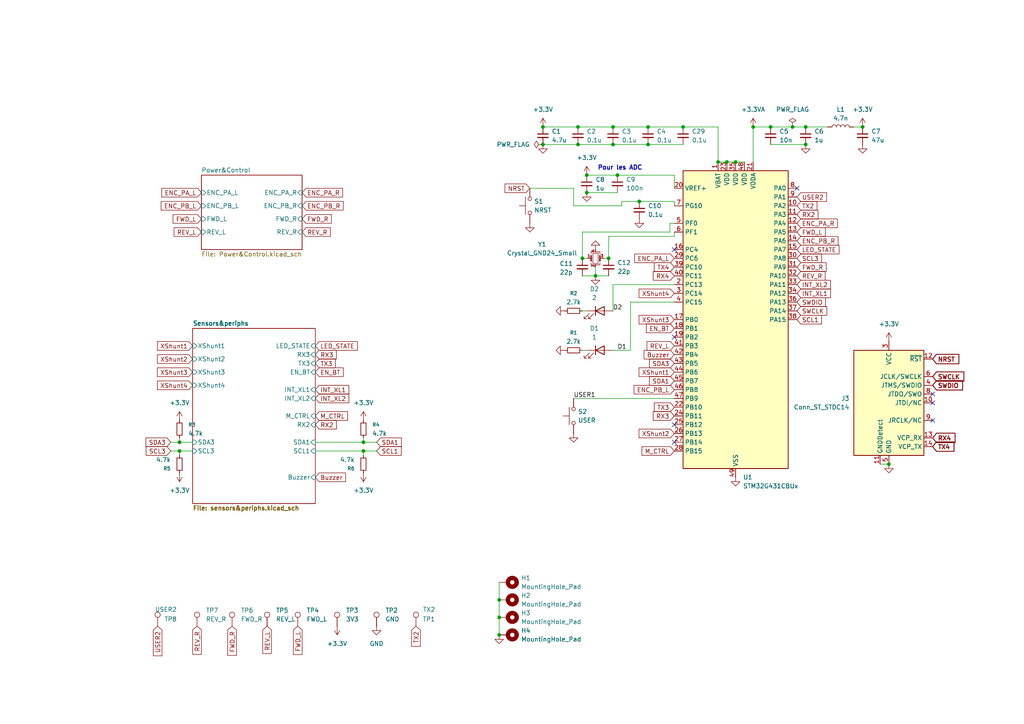
<source format=kicad_sch>
(kicad_sch (version 20250114) (generator "eeschema") (generator_version "9.0")
  (paper "A4")
  (title_block (title "ChaSouRo V1") (date "2025-09-19") (rev "Nelven") (company "ESE"))
  (lib_symbols
    (symbol "Connector:Conn_ST_STDC14"
      (property "Reference" "J" (at -8.89 16.51 0))
      (property "Value" "Conn_ST_STDC14" (at 17.78 16.51 0))
      (symbol "Conn_ST_STDC14_0_1"
        (rectangle (start -10.16 15.24) (end 10.16 -15.24) (stroke (width 0.254)) (fill (type background)))
      )
      (symbol "Conn_ST_STDC14_1_1"
        (pin no_connect line (at -10.16 5.08 0) (length 2.54) (hide yes) (name "NC") (number "1"))
        (pin no_connect line (at -10.16 2.54 0) (length 2.54) (hide yes) (name "NC") (number "2"))
        (pin passive line (at -2.54 -17.78 90) (length 2.54) (name "GNDDetect") (number "11"))
        (pin power_in line (at 0 17.78 270) (length 2.54) (name "VCC") (number "3"))
        (pin power_in line (at 0 -17.78 90) (length 2.54) (name "GND") (number "5"))
        (pin passive line (at 0 -17.78 90) (length 2.54) (hide yes) (name "GND") (number "7"))
        (pin open_collector line (at 12.7 12.7 180) (length 2.54) (name "~{RST}") (number "12"))
        (pin output line (at 12.7 7.62 180) (length 2.54) (name "JCLK/SWCLK") (number "6"))
        (pin bidirectional line (at 12.7 5.08 180) (length 2.54) (name "JTMS/SWDIO") (number "4"))
        (pin input line (at 12.7 2.54 180) (length 2.54) (name "JTDO/SWO") (number "8"))
        (pin output line (at 12.7 0 180) (length 2.54) (name "JTDI/NC") (number "10"))
        (pin input line (at 12.7 -5.08 180) (length 2.54) (name "JRCLK/NC") (number "9"))
        (pin output line (at 12.7 -10.16 180) (length 2.54) (name "VCP_RX") (number "13"))
        (pin input line (at 12.7 -12.7 180) (length 2.54) (name "VCP_TX") (number "14"))
      )
    )
    (symbol "Connector:TestPoint" (pin_numbers (hide yes)) (pin_names (offset 0.762) (hide yes))
      (property "Reference" "TP" (at 0 6.858 0))
      (property "Value" "TestPoint" (at 0 5.08 0))
      (symbol "TestPoint_0_1"
        (circle (center 0 3.302) (radius 0.762))
      )
      (symbol "TestPoint_1_1"
        (pin passive line (at 0 0 90) (length 2.54) (name "1") (number "1"))
      )
    )
    (symbol "Device:C_Small" (pin_numbers (hide yes)) (pin_names (offset 0.254) (hide yes))
      (property "Reference" "C" (at 0.254 1.778 0))
      (property "Value" "C_Small" (at 0.254 -2.032 0))
      (symbol "C_Small_0_1"
        (polyline (pts (xy -1.524 0.508) (xy 1.524 0.508)) (stroke (width 0.3048)))
        (polyline (pts (xy -1.524 -0.508) (xy 1.524 -0.508)) (stroke (width 0.3302)))
      )
      (symbol "C_Small_1_1"
        (pin passive line (at 0 2.54 270) (length 2.032) (name "~") (number "1"))
        (pin passive line (at 0 -2.54 90) (length 2.032) (name "~") (number "2"))
      )
    )
    (symbol "Device:Crystal_GND24_Small" (pin_names (offset 1.016) (hide yes))
      (property "Reference" "Y" (at 1.27 4.445 0))
      (property "Value" "Crystal_GND24_Small" (at 1.27 2.54 0))
      (symbol "Crystal_GND24_Small_0_1"
        (polyline (pts (xy -1.27 1.27) (xy -1.27 1.905) (xy 1.27 1.905) (xy 1.27 1.27)))
        (polyline (pts (xy -1.27 -0.762) (xy -1.27 0.762)) (stroke (width 0.381)))
        (polyline (pts (xy -1.27 -1.27) (xy -1.27 -1.905) (xy 1.27 -1.905) (xy 1.27 -1.27)))
        (rectangle (start -0.762 -1.524) (end 0.762 1.524))
        (polyline (pts (xy 1.27 -0.762) (xy 1.27 0.762)) (stroke (width 0.381)))
      )
      (symbol "Crystal_GND24_Small_1_1"
        (pin passive line (at -2.54 0 0) (length 1.27) (name "1") (number "1"))
        (pin passive line (at 0 2.54 270) (length 0.635) (name "4") (number "4"))
        (pin passive line (at 0 -2.54 90) (length 0.635) (name "2") (number "2"))
        (pin passive line (at 2.54 0 180) (length 1.27) (name "3") (number "3"))
      )
    )
    (symbol "Device:L" (pin_numbers (hide yes)) (pin_names (offset 1.016) (hide yes))
      (property "Reference" "L" (at -1.27 0 90))
      (property "Value" "L" (at 1.905 0 90))
      (symbol "L_0_1"
        (arc (start 0 2.54) (mid 0.6323 1.905) (end 0 1.27))
        (arc (start 0 1.27) (mid 0.6323 0.635) (end 0 0))
        (arc (start 0 0) (mid 0.6323 -0.635) (end 0 -1.27))
        (arc (start 0 -1.27) (mid 0.6323 -1.905) (end 0 -2.54))
      )
      (symbol "L_1_1"
        (pin passive line (at 0 3.81 270) (length 1.27) (name "1") (number "1"))
        (pin passive line (at 0 -3.81 90) (length 1.27) (name "2") (number "2"))
      )
    )
    (symbol "Device:LED" (pin_numbers (hide yes)) (pin_names (offset 1.016) (hide yes))
      (property "Reference" "D" (at 0 2.54 0))
      (property "Value" "LED" (at 0 -2.54 0))
      (symbol "LED_0_1"
        (polyline (pts (xy -3.048 -0.762) (xy -4.572 -2.286) (xy -3.81 -2.286) (xy -4.572 -2.286) (xy -4.572 -1.524)))
        (polyline (pts (xy -1.778 -0.762) (xy -3.302 -2.286) (xy -2.54 -2.286) (xy -3.302 -2.286) (xy -3.302 -1.524)))
        (polyline (pts (xy -1.27 0) (xy 1.27 0)))
        (polyline (pts (xy -1.27 -1.27) (xy -1.27 1.27)) (stroke (width 0.254)))
        (polyline (pts (xy 1.27 -1.27) (xy 1.27 1.27) (xy -1.27 0) (xy 1.27 -1.27)) (stroke (width 0.254)))
      )
      (symbol "LED_1_1"
        (pin passive line (at -3.81 0 0) (length 2.54) (name "K") (number "1"))
        (pin passive line (at 3.81 0 180) (length 2.54) (name "A") (number "2"))
      )
    )
    (symbol "Device:R_Small" (pin_numbers (hide yes)) (pin_names (offset 0.254) (hide yes))
      (property "Reference" "R" (at 0 0 90))
      (property "Value" "R_Small" (at 1.778 0 90))
      (symbol "R_Small_0_1"
        (rectangle (start -0.762 1.778) (end 0.762 -1.778) (stroke (width 0.2032)))
      )
      (symbol "R_Small_1_1"
        (pin passive line (at 0 2.54 270) (length 0.762) (name "~") (number "1"))
        (pin passive line (at 0 -2.54 90) (length 0.762) (name "~") (number "2"))
      )
    )
    (symbol "MCU_ST_STM32G4:STM32G431CBUx"
      (property "Reference" "U" (at -15.24 44.45 0))
      (property "Value" "STM32G431CBUx" (at 7.62 44.45 0))
      (symbol "STM32G431CBUx_0_1"
        (rectangle (start -15.24 -43.18) (end 15.24 43.18) (stroke (width 0.254)) (fill (type background)))
      )
      (symbol "STM32G431CBUx_1_1"
        (pin input line (at -17.78 38.1 0) (length 2.54) (name "VREF+") (number "20"))
        (pin bidirectional line (at -17.78 33.02 0) (length 2.54) (name "PG10") (number "7"))
        (pin bidirectional line (at -17.78 27.94 0) (length 2.54) (name "PF0") (number "5"))
        (pin bidirectional line (at -17.78 25.4 0) (length 2.54) (name "PF1") (number "6"))
        (pin bidirectional line (at -17.78 20.32 0) (length 2.54) (name "PC4") (number "16"))
        (pin bidirectional line (at -17.78 17.78 0) (length 2.54) (name "PC6") (number "29"))
        (pin bidirectional line (at -17.78 15.24 0) (length 2.54) (name "PC10") (number "39"))
        (pin bidirectional line (at -17.78 12.7 0) (length 2.54) (name "PC11") (number "40"))
        (pin bidirectional line (at -17.78 10.16 0) (length 2.54) (name "PC13") (number "2"))
        (pin bidirectional line (at -17.78 7.62 0) (length 2.54) (name "PC14") (number "3"))
        (pin bidirectional line (at -17.78 5.08 0) (length 2.54) (name "PC15") (number "4"))
        (pin bidirectional line (at -17.78 0 0) (length 2.54) (name "PB0") (number "17"))
        (pin bidirectional line (at -17.78 -2.54 0) (length 2.54) (name "PB1") (number "18"))
        (pin bidirectional line (at -17.78 -5.08 0) (length 2.54) (name "PB2") (number "19"))
        (pin bidirectional line (at -17.78 -7.62 0) (length 2.54) (name "PB3") (number "41"))
        (pin bidirectional line (at -17.78 -10.16 0) (length 2.54) (name "PB4") (number "42"))
        (pin bidirectional line (at -17.78 -12.7 0) (length 2.54) (name "PB5") (number "43"))
        (pin bidirectional line (at -17.78 -15.24 0) (length 2.54) (name "PB6") (number "44"))
        (pin bidirectional line (at -17.78 -17.78 0) (length 2.54) (name "PB7") (number "45"))
        (pin bidirectional line (at -17.78 -20.32 0) (length 2.54) (name "PB8") (number "46"))
        (pin bidirectional line (at -17.78 -22.86 0) (length 2.54) (name "PB9") (number "47"))
        (pin bidirectional line (at -17.78 -25.4 0) (length 2.54) (name "PB10") (number "22"))
        (pin bidirectional line (at -17.78 -27.94 0) (length 2.54) (name "PB11") (number "24"))
        (pin bidirectional line (at -17.78 -30.48 0) (length 2.54) (name "PB12") (number "25"))
        (pin bidirectional line (at -17.78 -33.02 0) (length 2.54) (name "PB13") (number "26"))
        (pin bidirectional line (at -17.78 -35.56 0) (length 2.54) (name "PB14") (number "27"))
        (pin bidirectional line (at -17.78 -38.1 0) (length 2.54) (name "PB15") (number "28"))
        (pin power_in line (at -5.08 45.72 270) (length 2.54) (name "VBAT") (number "1"))
        (pin power_in line (at -2.54 45.72 270) (length 2.54) (name "VDD") (number "23"))
        (pin power_in line (at 0 45.72 270) (length 2.54) (name "VDD") (number "35"))
        (pin power_in line (at 0 -45.72 90) (length 2.54) (name "VSS") (number "49"))
        (pin power_in line (at 2.54 45.72 270) (length 2.54) (name "VDD") (number "48"))
        (pin power_in line (at 5.08 45.72 270) (length 2.54) (name "VDDA") (number "21"))
        (pin bidirectional line (at 17.78 38.1 180) (length 2.54) (name "PA0") (number "8"))
        (pin bidirectional line (at 17.78 35.56 180) (length 2.54) (name "PA1") (number "9"))
        (pin bidirectional line (at 17.78 33.02 180) (length 2.54) (name "PA2") (number "10"))
        (pin bidirectional line (at 17.78 30.48 180) (length 2.54) (name "PA3") (number "11"))
        (pin bidirectional line (at 17.78 27.94 180) (length 2.54) (name "PA4") (number "12"))
        (pin bidirectional line (at 17.78 25.4 180) (length 2.54) (name "PA5") (number "13"))
        (pin bidirectional line (at 17.78 22.86 180) (length 2.54) (name "PA6") (number "14"))
        (pin bidirectional line (at 17.78 20.32 180) (length 2.54) (name "PA7") (number "15"))
        (pin bidirectional line (at 17.78 17.78 180) (length 2.54) (name "PA8") (number "30"))
        (pin bidirectional line (at 17.78 15.24 180) (length 2.54) (name "PA9") (number "31"))
        (pin bidirectional line (at 17.78 12.7 180) (length 2.54) (name "PA10") (number "32"))
        (pin bidirectional line (at 17.78 10.16 180) (length 2.54) (name "PA11") (number "33"))
        (pin bidirectional line (at 17.78 7.62 180) (length 2.54) (name "PA12") (number "34"))
        (pin bidirectional line (at 17.78 5.08 180) (length 2.54) (name "PA13") (number "36"))
        (pin bidirectional line (at 17.78 2.54 180) (length 2.54) (name "PA14") (number "37"))
        (pin bidirectional line (at 17.78 0 180) (length 2.54) (name "PA15") (number "38"))
      )
    )
    (symbol "Mechanical:MountingHole_Pad" (pin_numbers (hide yes)) (pin_names (offset 1.016) (hide yes)) (in_bom no)
      (property "Reference" "H" (at 0 6.35 0))
      (property "Value" "MountingHole_Pad" (at 0 4.445 0))
      (symbol "MountingHole_Pad_0_1"
        (circle (center 0 1.27) (radius 1.27) (stroke (width 1.27)))
      )
      (symbol "MountingHole_Pad_1_1"
        (pin input line (at 0 -2.54 90) (length 2.54) (name "1") (number "1"))
      )
    )
    (symbol "Switch:SW_Push" (pin_numbers (hide yes)) (pin_names (offset 1.016) (hide yes))
      (property "Reference" "SW" (at 1.27 2.54 0))
      (property "Value" "SW_Push" (at 0 -1.524 0))
      (symbol "SW_Push_0_1"
        (circle (center -2.032 0) (radius 0.508))
        (polyline (pts (xy 0 1.27) (xy 0 3.048)))
        (circle (center 2.032 0) (radius 0.508))
        (polyline (pts (xy 2.54 1.27) (xy -2.54 1.27)))
        (pin passive line (at -5.08 0 0) (length 2.54) (name "1") (number "1"))
        (pin passive line (at 5.08 0 180) (length 2.54) (name "2") (number "2"))
      )
    )
    (symbol "power:+3.3V" (power) (pin_numbers (hide yes)) (pin_names (offset 0) (hide yes))
      (property "Value" "+3.3V" (at 0 3.556 0))
      (symbol "+3.3V_0_1"
        (polyline (pts (xy -0.762 1.27) (xy 0 2.54)))
        (polyline (pts (xy 0 2.54) (xy 0.762 1.27)))
        (polyline (pts (xy 0 0) (xy 0 2.54)))
      )
      (symbol "+3.3V_1_1"
        (pin power_in line (at 0 0 90) (length 0) (name "~") (number "1"))
      )
    )
    (symbol "power:+3.3VA" (power) (pin_numbers (hide yes)) (pin_names (offset 0) (hide yes))
      (property "Value" "+3.3VA" (at 0 3.556 0))
      (symbol "+3.3VA_0_1"
        (polyline (pts (xy -0.762 1.27) (xy 0 2.54)))
        (polyline (pts (xy 0 2.54) (xy 0.762 1.27)))
        (polyline (pts (xy 0 0) (xy 0 2.54)))
      )
      (symbol "+3.3VA_1_1"
        (pin power_in line (at 0 0 90) (length 0) (name "~") (number "1"))
      )
    )
    (symbol "power:GND" (power) (pin_numbers (hide yes)) (pin_names (offset 0) (hide yes))
      (property "Value" "GND" (at 0 -3.81 0))
      (symbol "GND_0_1"
        (polyline (pts (xy 0 0) (xy 0 -1.27) (xy 1.27 -1.27) (xy 0 -2.54) (xy -1.27 -1.27) (xy 0 -1.27)))
      )
      (symbol "GND_1_1"
        (pin power_in line (at 0 0 270) (length 0) (name "~") (number "1"))
      )
    )
    (symbol "power:PWR_FLAG" (power) (pin_numbers (hide yes)) (pin_names (offset 0) (hide yes))
      (property "Value" "PWR_FLAG" (at 0 3.81 0))
      (symbol "PWR_FLAG_0_0"
        (pin power_out line (at 0 0 90) (length 0) (name "~") (number "1"))
      )
      (symbol "PWR_FLAG_0_1"
        (polyline (pts (xy 0 0) (xy 0 1.27) (xy -1.016 1.905) (xy 0 2.54) (xy 1.016 1.905) (xy 0 1.27)))
      )
    )
  )
  (text "Pour les ADC" (at 179.832 48.768 0) (effects (font (size 1.27 1.27) (thickness 0.254) (bold yes))))
  (junction (at 223.52 36.83))
  (junction (at 218.44 36.83))
  (junction (at 144.78 173.99))
  (junction (at 52.07 128.27))
  (junction (at 233.68 41.91))
  (junction (at 250.19 36.83))
  (junction (at 167.64 36.83))
  (junction (at 229.87 36.83))
  (junction (at 170.18 50.8))
  (junction (at 198.12 36.83))
  (junction (at 157.48 36.83))
  (junction (at 167.64 41.91))
  (junction (at 177.8 41.91))
  (junction (at 213.36 46.99))
  (junction (at 105.41 130.81))
  (junction (at 177.8 36.83))
  (junction (at 257.81 134.62))
  (junction (at 185.42 58.42))
  (junction (at 144.78 179.07))
  (junction (at 144.78 184.15))
  (junction (at 176.53 74.93))
  (junction (at 52.07 130.81))
  (junction (at 210.82 46.99))
  (junction (at 208.28 46.99))
  (junction (at 168.91 74.93))
  (junction (at 170.18 55.88))
  (junction (at 157.48 41.91))
  (junction (at 179.07 50.8))
  (junction (at 233.68 36.83))
  (junction (at 172.72 80.01))
  (junction (at 187.96 36.83))
  (junction (at 105.41 128.27))
  (junction (at 187.96 41.91))
  (no_connect (at 270.51 114.3))
  (no_connect (at 270.51 116.84))
  (no_connect (at 231.14 54.61))
  (no_connect (at 195.58 123.19))
  (no_connect (at 195.58 72.39))
  (no_connect (at 270.51 121.92))
  (no_connect (at 195.58 128.27))
  (no_connect (at 195.58 97.79))
  (wire (pts (xy 195.58 82.55) (xy 177.8 82.55)))
  (wire (pts (xy 170.18 50.8) (xy 179.07 50.8)))
  (wire (pts (xy 194.31 64.77) (xy 194.31 67.31)))
  (wire (pts (xy 52.07 128.27) (xy 55.88 128.27)))
  (wire (pts (xy 168.91 74.93) (xy 170.18 74.93)))
  (wire (pts (xy 223.52 36.83) (xy 229.87 36.83)))
  (wire (pts (xy 176.53 74.93) (xy 175.26 74.93)))
  (wire (pts (xy 166.37 59.69) (xy 166.37 54.61)))
  (wire (pts (xy 167.64 41.91) (xy 177.8 41.91)))
  (wire (pts (xy 168.91 90.17) (xy 170.18 90.17)))
  (wire (pts (xy 223.52 41.91) (xy 233.68 41.91)))
  (wire (pts (xy 170.18 55.88) (xy 179.07 55.88)))
  (wire (pts (xy 172.72 77.47) (xy 172.72 80.01)))
  (wire (pts (xy 179.07 50.8) (xy 195.58 50.8)))
  (wire (pts (xy 177.8 36.83) (xy 187.96 36.83)))
  (wire (pts (xy 105.41 130.81) (xy 91.44 130.81)))
  (wire (pts (xy 105.41 130.81) (xy 105.41 132.08)))
  (wire (pts (xy 229.87 36.83) (xy 233.68 36.83)))
  (wire (pts (xy 180.34 59.69) (xy 180.34 58.42)))
  (wire (pts (xy 176.53 68.58) (xy 195.58 68.58)))
  (wire (pts (xy 144.78 168.91) (xy 144.78 173.99)))
  (wire (pts (xy 187.96 41.91) (xy 198.12 41.91)))
  (wire (pts (xy 167.64 36.83) (xy 177.8 36.83)))
  (wire (pts (xy 109.22 128.27) (xy 105.41 128.27)))
  (wire (pts (xy 144.78 179.07) (xy 144.78 184.15)))
  (wire (pts (xy 255.27 134.62) (xy 257.81 134.62)))
  (wire (pts (xy 247.65 36.83) (xy 250.19 36.83)))
  (wire (pts (xy 240.03 36.83) (xy 233.68 36.83)))
  (wire (pts (xy 208.28 36.83) (xy 208.28 46.99)))
  (wire (pts (xy 157.48 41.91) (xy 167.64 41.91)))
  (wire (pts (xy 168.91 67.31) (xy 194.31 67.31)))
  (wire (pts (xy 195.58 58.42) (xy 195.58 59.69)))
  (wire (pts (xy 210.82 46.99) (xy 213.36 46.99)))
  (wire (pts (xy 49.53 128.27) (xy 52.07 128.27)))
  (wire (pts (xy 182.88 87.63) (xy 182.88 101.6)))
  (wire (pts (xy 168.91 101.6) (xy 170.18 101.6)))
  (wire (pts (xy 208.28 46.99) (xy 210.82 46.99)))
  (wire (pts (xy 52.07 127) (xy 52.07 128.27)))
  (wire (pts (xy 168.91 67.31) (xy 168.91 74.93)))
  (wire (pts (xy 195.58 54.61) (xy 195.58 50.8)))
  (wire (pts (xy 218.44 46.99) (xy 218.44 36.83)))
  (wire (pts (xy 172.72 80.01) (xy 168.91 80.01)))
  (wire (pts (xy 177.8 41.91) (xy 187.96 41.91)))
  (wire (pts (xy 172.72 80.01) (xy 176.53 80.01)))
  (wire (pts (xy 166.37 115.57) (xy 195.58 115.57)))
  (wire (pts (xy 49.53 130.81) (xy 52.07 130.81)))
  (wire (pts (xy 185.42 58.42) (xy 195.58 58.42)))
  (wire (pts (xy 105.41 128.27) (xy 91.44 128.27)))
  (wire (pts (xy 218.44 36.83) (xy 223.52 36.83)))
  (wire (pts (xy 109.22 130.81) (xy 105.41 130.81)))
  (wire (pts (xy 52.07 130.81) (xy 55.88 130.81)))
  (wire (pts (xy 180.34 58.42) (xy 185.42 58.42)))
  (wire (pts (xy 195.58 68.58) (xy 195.58 67.31)))
  (wire (pts (xy 166.37 59.69) (xy 180.34 59.69)))
  (wire (pts (xy 187.96 36.83) (xy 198.12 36.83)))
  (wire (pts (xy 213.36 46.99) (xy 215.9 46.99)))
  (wire (pts (xy 198.12 36.83) (xy 208.28 36.83)))
  (wire (pts (xy 157.48 36.83) (xy 167.64 36.83)))
  (wire (pts (xy 195.58 87.63) (xy 182.88 87.63)))
  (wire (pts (xy 105.41 127) (xy 105.41 128.27)))
  (wire (pts (xy 52.07 130.81) (xy 52.07 132.08)))
  (wire (pts (xy 177.8 82.55) (xy 177.8 90.17)))
  (wire (pts (xy 195.58 64.77) (xy 194.31 64.77)))
  (wire (pts (xy 177.8 101.6) (xy 182.88 101.6)))
  (wire (pts (xy 176.53 68.58) (xy 176.53 74.93)))
  (wire (pts (xy 166.37 54.61) (xy 153.67 54.61)))
  (wire (pts (xy 144.78 173.99) (xy 144.78 179.07)))
  (label "USER1" (at 166.37 115.57 0))
  (label "D1" (at 179.07 101.6 0))
  (label "D2" (at 177.8 90.17 0))
  (global_label "M_CTRL" (shape input) (at 91.44 120.65 0) (effects (font (thickness 0.1588))) (property "Intersheetrefs" "${INTERSHEET_REFS}" (effects (hide yes))))
  (global_label "NRST" (shape input) (at 270.51 104.14 0) (effects (font (thickness 0.254) (bold yes))) (property "Intersheetrefs" "${INTERSHEET_REFS}" (effects (hide yes))))
  (global_label "USER2" (shape input) (at 231.14 57.15 0) (property "Intersheetrefs" "${INTERSHEET_REFS}" (effects (hide yes))))
  (global_label "SWDIO" (shape input) (at 270.51 111.76 0) (effects (font (thickness 0.254) (bold yes))) (property "Intersheetrefs" "${INTERSHEET_REFS}" (effects (hide yes))))
  (global_label "REV_L" (shape input) (at 195.58 100.33 180) (property "Intersheetrefs" "${INTERSHEET_REFS}" (effects (hide yes))))
  (global_label "INT_XL1" (shape input) (at 231.14 85.09 0) (effects (font (thickness 0.1588))) (property "Intersheetrefs" "${INTERSHEET_REFS}" (effects (hide yes))))
  (global_label "TX3" (shape input) (at 195.58 118.11 180) (effects (font (thickness 0.1588))) (property "Intersheetrefs" "${INTERSHEET_REFS}" (effects (hide yes))))
  (global_label "ENC_PB_L" (shape input) (at 195.58 113.03 180) (property "Intersheetrefs" "${INTERSHEET_REFS}" (effects (hide yes))))
  (global_label "LED_STATE" (shape input) (at 231.14 72.39 0) (property "Intersheetrefs" "${INTERSHEET_REFS}" (effects (hide yes))))
  (global_label "FWD_L" (shape input) (at 231.14 67.31 0) (property "Intersheetrefs" "${INTERSHEET_REFS}" (effects (hide yes))))
  (global_label "REV_L" (shape input) (at 58.42 67.31 180) (property "Intersheetrefs" "${INTERSHEET_REFS}" (effects (hide yes))))
  (global_label "TX2" (shape input) (at 231.14 59.69 0) (property "Intersheetrefs" "${INTERSHEET_REFS}" (effects (hide yes))))
  (global_label "REV_R" (shape input) (at 87.63 67.31 0) (property "Intersheetrefs" "${INTERSHEET_REFS}" (effects (hide yes))))
  (global_label "SDA3" (shape input) (at 49.53 128.27 180) (effects (font (thickness 0.1588))) (property "Intersheetrefs" "${INTERSHEET_REFS}" (effects (hide yes))))
  (global_label "SCL3" (shape input) (at 231.14 74.93 0) (effects (font (thickness 0.1588))) (property "Intersheetrefs" "${INTERSHEET_REFS}" (effects (hide yes))))
  (global_label "RX3" (shape input) (at 195.58 120.65 180) (effects (font (thickness 0.1588))) (property "Intersheetrefs" "${INTERSHEET_REFS}" (effects (hide yes))))
  (global_label "TX3" (shape input) (at 91.44 105.41 0) (effects (font (thickness 0.1588))) (property "Intersheetrefs" "${INTERSHEET_REFS}" (effects (hide yes))))
  (global_label "FWD_L" (shape input) (at 86.36 181.61 270) (property "Intersheetrefs" "${INTERSHEET_REFS}" (effects (hide yes))))
  (global_label "INT_XL1" (shape input) (at 91.44 113.03 0) (effects (font (thickness 0.1588))) (property "Intersheetrefs" "${INTERSHEET_REFS}" (effects (hide yes))))
  (global_label "SWDIO" (shape input) (at 231.14 87.63 0) (effects (font (thickness 0.1588))) (property "Intersheetrefs" "${INTERSHEET_REFS}" (effects (hide yes))))
  (global_label "ENC_PA_L" (shape input) (at 195.58 74.93 180) (property "Intersheetrefs" "${INTERSHEET_REFS}" (effects (hide yes))))
  (global_label "SDA3" (shape input) (at 195.58 105.41 180) (effects (font (thickness 0.1588))) (property "Intersheetrefs" "${INTERSHEET_REFS}" (effects (hide yes))))
  (global_label "ENC_PA_L" (shape input) (at 58.42 55.88 180) (property "Intersheetrefs" "${INTERSHEET_REFS}" (effects (hide yes))))
  (global_label "FWD_L" (shape input) (at 58.42 63.5 180) (property "Intersheetrefs" "${INTERSHEET_REFS}" (effects (hide yes))))
  (global_label "INT_XL2" (shape input) (at 91.44 115.57 0) (effects (font (thickness 0.1588))) (property "Intersheetrefs" "${INTERSHEET_REFS}" (effects (hide yes))))
  (global_label "XShunt4" (shape input) (at 55.88 111.76 180) (property "Intersheetrefs" "${INTERSHEET_REFS}" (effects (hide yes))))
  (global_label "RX4" (shape input) (at 270.51 127 0) (effects (font (thickness 0.254) (bold yes))) (property "Intersheetrefs" "${INTERSHEET_REFS}" (effects (hide yes))))
  (global_label "XShunt3" (shape input) (at 55.88 107.95 180) (property "Intersheetrefs" "${INTERSHEET_REFS}" (effects (hide yes))))
  (global_label "FWD_R" (shape input) (at 231.14 77.47 0) (property "Intersheetrefs" "${INTERSHEET_REFS}" (effects (hide yes))))
  (global_label "Buzzer" (shape input) (at 91.44 138.43 0) (property "Intersheetrefs" "${INTERSHEET_REFS}" (effects (hide yes))))
  (global_label "INT_XL2" (shape input) (at 231.14 82.55 0) (effects (font (thickness 0.1588))) (property "Intersheetrefs" "${INTERSHEET_REFS}" (effects (hide yes))))
  (global_label "SDA1" (shape input) (at 109.22 128.27 0) (effects (font (thickness 0.1588))) (property "Intersheetrefs" "${INTERSHEET_REFS}" (effects (hide yes))))
  (global_label "REV_R" (shape input) (at 57.15 181.61 270) (property "Intersheetrefs" "${INTERSHEET_REFS}" (effects (hide yes))))
  (global_label "ENC_PA_R" (shape input) (at 231.14 64.77 0) (property "Intersheetrefs" "${INTERSHEET_REFS}" (effects (hide yes))))
  (global_label "LED_STATE" (shape input) (at 91.44 100.33 0) (property "Intersheetrefs" "${INTERSHEET_REFS}" (effects (hide yes))))
  (global_label "SCL3" (shape input) (at 49.53 130.81 180) (effects (font (thickness 0.1588))) (property "Intersheetrefs" "${INTERSHEET_REFS}" (effects (hide yes))))
  (global_label "Buzzer" (shape input) (at 195.58 102.87 180) (property "Intersheetrefs" "${INTERSHEET_REFS}" (effects (hide yes))))
  (global_label "XShunt2" (shape input) (at 55.88 104.14 180) (property "Intersheetrefs" "${INTERSHEET_REFS}" (effects (hide yes))))
  (global_label "REV_L" (shape input) (at 77.47 181.61 270) (property "Intersheetrefs" "${INTERSHEET_REFS}" (effects (hide yes))))
  (global_label "ENC_PB_R" (shape input) (at 231.14 69.85 0) (property "Intersheetrefs" "${INTERSHEET_REFS}" (effects (hide yes))))
  (global_label "XShunt4" (shape input) (at 195.58 85.09 180) (property "Intersheetrefs" "${INTERSHEET_REFS}" (effects (hide yes))))
  (global_label "FWD_R" (shape input) (at 67.31 181.61 270) (property "Intersheetrefs" "${INTERSHEET_REFS}" (effects (hide yes))))
  (global_label "XShunt2" (shape input) (at 195.58 125.73 180) (property "Intersheetrefs" "${INTERSHEET_REFS}" (effects (hide yes))))
  (global_label "XShunt1" (shape input) (at 195.58 107.95 180) (property "Intersheetrefs" "${INTERSHEET_REFS}" (effects (hide yes))))
  (global_label "SWCLK" (shape input) (at 270.51 109.22 0) (effects (font (thickness 0.254) (bold yes))) (property "Intersheetrefs" "${INTERSHEET_REFS}" (effects (hide yes))))
  (global_label "RX2" (shape input) (at 231.14 62.23 0) (effects (font (thickness 0.1588))) (property "Intersheetrefs" "${INTERSHEET_REFS}" (effects (hide yes))))
  (global_label "ENC_PB_R" (shape input) (at 87.63 59.69 0) (property "Intersheetrefs" "${INTERSHEET_REFS}" (effects (hide yes))))
  (global_label "XShunt1" (shape input) (at 55.88 100.33 180) (property "Intersheetrefs" "${INTERSHEET_REFS}" (effects (hide yes))))
  (global_label "RX2" (shape input) (at 91.44 123.19 0) (effects (font (thickness 0.1588))) (property "Intersheetrefs" "${INTERSHEET_REFS}" (effects (hide yes))))
  (global_label "SCL1" (shape input) (at 231.14 92.71 0) (effects (font (thickness 0.1588))) (property "Intersheetrefs" "${INTERSHEET_REFS}" (effects (hide yes))))
  (global_label "NRST" (shape input) (at 153.67 54.61 180) (property "Intersheetrefs" "${INTERSHEET_REFS}" (effects (hide yes))))
  (global_label "ENC_PB_L" (shape input) (at 58.42 59.69 180) (property "Intersheetrefs" "${INTERSHEET_REFS}" (effects (hide yes))))
  (global_label "SDA1" (shape input) (at 195.58 110.49 180) (effects (font (thickness 0.1588))) (property "Intersheetrefs" "${INTERSHEET_REFS}" (effects (hide yes))))
  (global_label "TX2" (shape input) (at 120.65 181.61 270) (property "Intersheetrefs" "${INTERSHEET_REFS}" (effects (hide yes))))
  (global_label "SWCLK" (shape input) (at 231.14 90.17 0) (effects (font (thickness 0.1588))) (property "Intersheetrefs" "${INTERSHEET_REFS}" (effects (hide yes))))
  (global_label "REV_R" (shape input) (at 231.14 80.01 0) (property "Intersheetrefs" "${INTERSHEET_REFS}" (effects (hide yes))))
  (global_label "EN_BT" (shape input) (at 195.58 95.25 180) (property "Intersheetrefs" "${INTERSHEET_REFS}" (effects (hide yes))))
  (global_label "FWD_R" (shape input) (at 87.63 63.5 0) (property "Intersheetrefs" "${INTERSHEET_REFS}" (effects (hide yes))))
  (global_label "TX4" (shape input) (at 270.51 129.54 0) (effects (font (thickness 0.254) (bold yes))) (property "Intersheetrefs" "${INTERSHEET_REFS}" (effects (hide yes))))
  (global_label "TX4" (shape input) (at 195.58 77.47 180) (effects (font (thickness 0.1588))) (property "Intersheetrefs" "${INTERSHEET_REFS}" (effects (hide yes))))
  (global_label "USER2" (shape input) (at 45.72 181.61 270) (property "Intersheetrefs" "${INTERSHEET_REFS}" (effects (hide yes))))
  (global_label "ENC_PA_R" (shape input) (at 87.63 55.88 0) (property "Intersheetrefs" "${INTERSHEET_REFS}" (effects (hide yes))))
  (global_label "RX4" (shape input) (at 195.58 80.01 180) (effects (font (thickness 0.1588))) (property "Intersheetrefs" "${INTERSHEET_REFS}" (effects (hide yes))))
  (global_label "M_CTRL" (shape input) (at 195.58 130.81 180) (effects (font (thickness 0.1588))) (property "Intersheetrefs" "${INTERSHEET_REFS}" (effects (hide yes))))
  (global_label "EN_BT" (shape input) (at 91.44 107.95 0) (property "Intersheetrefs" "${INTERSHEET_REFS}" (effects (hide yes))))
  (global_label "XShunt3" (shape input) (at 195.58 92.71 180) (property "Intersheetrefs" "${INTERSHEET_REFS}" (effects (hide yes))))
  (global_label "SCL1" (shape input) (at 109.22 130.81 0) (effects (font (thickness 0.1588))) (property "Intersheetrefs" "${INTERSHEET_REFS}" (effects (hide yes))))
  (global_label "RX3" (shape input) (at 91.44 102.87 0) (effects (font (thickness 0.1588))) (property "Intersheetrefs" "${INTERSHEET_REFS}" (effects (hide yes))))
  (symbol (lib_id "power:+3.3V") (at 250.19 36.83 0) (unit 1)
    (property "Reference" "#PWR03" (effects (hide yes)))
    (property "Value" "+3.3V" (at 250.19 31.75 0))
    (property "Description" "Power symbol creates a global label with name \"+3.3V\"" (effects (hide yes)))
  )
  (symbol (lib_id "power:GND") (at 185.42 63.5 0) (unit 1)
    (property "Reference" "#PWR010" (effects (hide yes)))
    (property "Value" "GND" (effects (hide yes)))
    (property "Description" "Power symbol creates a global label with name \"GND\" , ground" (effects (hide yes)))
  )
  (symbol (lib_id "power:+3.3V") (at 170.18 50.8 0) (unit 1)
    (property "Reference" "#PWR017" (effects (hide yes)))
    (property "Value" "+3.3V" (at 170.18 45.72 0))
    (property "Description" "Power symbol creates a global label with name \"+3.3V\"" (effects (hide yes)))
  )
  (symbol (lib_id "power:GND") (at 172.72 72.39 180) (unit 1)
    (property "Reference" "#PWR011" (effects (hide yes)))
    (property "Value" "GND" (effects (hide yes)))
    (property "Description" "Power symbol creates a global label with name \"GND\" , ground" (effects (hide yes)))
  )
  (symbol (lib_id "Connector:Conn_ST_STDC14") (at 257.81 116.84 0) (unit 1)
    (property "Reference" "J3" (at 246.38 115.5699 0) (effects (justify right)))
    (property "Value" "Conn_ST_STDC14" (at 246.38 118.1099 0) (effects (justify right)))
    (property "Footprint" "Connector_PinHeader_1.27mm:PinHeader_2x07_P1.27mm_Vertical_SMD" (effects (hide yes)))
    (property "Datasheet" "https://www.st.com/content/ccc/resource/technical/document/user_manual/group1/99/49/91/b6/b2/3a/46/e5/DM00526767/files/DM00526767.pdf/jcr:content/translations/en.DM00526767.pdf" (effects (hide yes)))
    (property "Description" "ST Debug Connector, standard ARM Cortex-M SWD and JTAG interface plus UART" (effects (hide yes)))
  )
  (symbol (lib_id "Device:C_Small") (at 250.19 39.37 0) (unit 1)
    (property "Reference" "C7" (at 252.73 38.1062 0) (effects (justify left)))
    (property "Value" "47u" (at 252.73 40.6462 0) (effects (justify left)))
    (property "Footprint" "Capacitor_SMD:C_0402_1005Metric" (effects (hide yes)))
    (property "Description" "Unpolarized capacitor, small symbol" (effects (hide yes)))
  )
  (symbol (lib_id "Device:C_Small") (at 187.96 39.37 0) (unit 1)
    (property "Reference" "C4" (at 190.5 38.1062 0) (effects (justify left)))
    (property "Value" "0.1u" (at 190.5 40.6462 0) (effects (justify left)))
    (property "Footprint" "Capacitor_SMD:C_0402_1005Metric" (effects (hide yes)))
    (property "Description" "Unpolarized capacitor, small symbol" (effects (hide yes)))
  )
  (symbol (lib_id "Device:C_Small") (at 179.07 53.34 0) (unit 1)
    (property "Reference" "C9" (at 181.61 52.0762 0) (effects (justify left)))
    (property "Value" "100n" (at 181.61 54.6162 0) (effects (justify left)))
    (property "Footprint" "Capacitor_SMD:C_0402_1005Metric" (effects (hide yes)))
    (property "Description" "Unpolarized capacitor, small symbol" (effects (hide yes)))
  )
  (symbol (lib_id "Device:R_Small") (at 105.41 134.62 0) (unit 1)
    (property "Reference" "R6" (at 102.87 135.8901 0) (effects (font (size 1.016 1.016)) (justify right)))
    (property "Value" "4.7k" (at 102.87 133.3501 0) (effects (justify right)))
    (property "Footprint" "Resistor_SMD:R_0402_1005Metric" (effects (hide yes)))
    (property "Description" "Resistor, small symbol" (effects (hide yes)))
  )
  (symbol (lib_id "Switch:SW_Push") (at 153.67 59.69 90) (unit 1)
    (property "Reference" "S1" (at 154.94 58.4199 90) (effects (justify right)))
    (property "Value" "NRST" (at 154.94 60.9599 90) (effects (justify right)))
    (property "Footprint" "ESE:430182070816" (effects (hide yes)))
    (property "Description" "Push button switch, generic, two pins" (effects (hide yes)))
  )
  (symbol (lib_id "Connector:TestPoint") (at 57.15 181.61 0) (unit 1)
    (property "Reference" "TP7" (at 59.69 177.0379 0) (effects (justify left)))
    (property "Value" "REV_R" (at 59.69 179.5779 0) (effects (justify left)))
    (property "Footprint" "TestPoint:TestPoint_Bridge_Pitch2.0mm_Drill0.7mm" (effects (hide yes)))
    (property "Description" "test point" (effects (hide yes)))
  )
  (symbol (lib_id "Device:R_Small") (at 52.07 124.46 180) (unit 1)
    (property "Reference" "R3" (at 54.61 123.1899 0) (effects (font (size 1.016 1.016)) (justify right)))
    (property "Value" "4.7k" (at 54.61 125.7299 0) (effects (justify right)))
    (property "Footprint" "Resistor_SMD:R_0402_1005Metric" (effects (hide yes)))
    (property "Description" "Resistor, small symbol" (effects (hide yes)))
  )
  (symbol (lib_id "power:GND") (at 213.36 138.43 0) (unit 1)
    (property "Reference" "#PWR022" (effects (hide yes)))
    (property "Value" "GND" (effects (hide yes)))
    (property "Description" "Power symbol creates a global label with name \"GND\" , ground" (effects (hide yes)))
  )
  (symbol (lib_id "Connector:TestPoint") (at 77.47 181.61 0) (unit 1)
    (property "Reference" "TP5" (at 80.01 177.0379 0) (effects (justify left)))
    (property "Value" "REV_L" (at 80.01 179.5779 0) (effects (justify left)))
    (property "Footprint" "TestPoint:TestPoint_Bridge_Pitch2.0mm_Drill0.7mm" (effects (hide yes)))
    (property "Description" "test point" (effects (hide yes)))
  )
  (symbol (lib_id "Device:C_Small") (at 223.52 39.37 0) (unit 1)
    (property "Reference" "C5" (at 226.06 38.1062 0) (effects (justify left)))
    (property "Value" "10n" (at 226.06 40.6462 0) (effects (justify left)))
    (property "Footprint" "Capacitor_SMD:C_0402_1005Metric" (effects (hide yes)))
    (property "Description" "Unpolarized capacitor, small symbol" (effects (hide yes)))
  )
  (symbol (lib_id "Connector:TestPoint") (at 67.31 181.61 0) (unit 1)
    (property "Reference" "TP6" (at 69.85 177.0379 0) (effects (justify left)))
    (property "Value" "FWD_R" (at 69.85 179.5779 0) (effects (justify left)))
    (property "Footprint" "TestPoint:TestPoint_Bridge_Pitch2.0mm_Drill0.7mm" (effects (hide yes)))
    (property "Description" "test point" (effects (hide yes)))
  )
  (symbol (lib_id "power:+3.3VA") (at 218.44 36.83 0) (unit 1)
    (property "Reference" "#PWR02" (effects (hide yes)))
    (property "Value" "+3.3VA" (at 218.44 31.75 0))
    (property "Description" "Power symbol creates a global label with name \"+3.3VA\"" (effects (hide yes)))
  )
  (symbol (lib_id "Device:C_Small") (at 176.53 77.47 0) (unit 1)
    (property "Reference" "C12" (at 179.07 76.2062 0) (effects (justify left)))
    (property "Value" "22p" (at 179.07 78.7462 0) (effects (justify left)))
    (property "Footprint" "Capacitor_SMD:C_0402_1005Metric" (effects (hide yes)))
    (property "Description" "Unpolarized capacitor, small symbol" (effects (hide yes)))
  )
  (symbol (lib_id "Device:C_Small") (at 185.42 60.96 0) (unit 1)
    (property "Reference" "C10" (at 187.96 59.6962 0) (effects (justify left)))
    (property "Value" "0.1u" (at 187.96 62.2362 0) (effects (justify left)))
    (property "Footprint" "Capacitor_SMD:C_0402_1005Metric" (effects (hide yes)))
    (property "Description" "Unpolarized capacitor, small symbol" (effects (hide yes)))
  )
  (symbol (lib_id "power:+3.3V") (at 157.48 36.83 0) (unit 1)
    (property "Reference" "#PWR01" (effects (hide yes)))
    (property "Value" "+3.3V" (at 157.48 31.75 0))
    (property "Description" "Power symbol creates a global label with name \"+3.3V\"" (effects (hide yes)))
  )
  (symbol (lib_id "Device:Crystal_GND24_Small") (at 172.72 74.93 0) (unit 1)
    (property "Reference" "Y1" (at 157.226 70.866 0))
    (property "Value" "Crystal_GND24_Small" (at 157.226 73.406 0))
    (property "Footprint" "Crystal:Crystal_SMD_3225-4Pin_3.2x2.5mm" (effects (hide yes)))
    (property "Description" "Four pin crystal, GND on pins 2 and 4, small symbol" (effects (hide yes)))
  )
  (symbol (lib_id "power:GND") (at 170.18 55.88 0) (unit 1)
    (property "Reference" "#PWR07" (effects (hide yes)))
    (property "Value" "GND" (effects (hide yes)))
    (property "Description" "Power symbol creates a global label with name \"GND\" , ground" (effects (hide yes)))
  )
  (symbol (lib_id "Connector:TestPoint") (at 120.65 181.61 0) (unit 1)
    (property "Reference" "TP1" (at 126.238 179.578 0) (effects (justify right)))
    (property "Value" "TX2" (at 126.238 176.784 0) (effects (justify right)))
    (property "Description" "test point" (effects (hide yes)))
  )
  (symbol (lib_id "power:GND") (at 233.68 41.91 0) (unit 1)
    (property "Reference" "#PWR05" (effects (hide yes)))
    (property "Value" "GND" (effects (hide yes)))
    (property "Description" "Power symbol creates a global label with name \"GND\" , ground" (effects (hide yes)))
  )
  (symbol (lib_id "Device:C_Small") (at 233.68 39.37 0) (unit 1)
    (property "Reference" "C6" (at 236.22 38.1062 0) (effects (justify left)))
    (property "Value" "1u" (at 236.22 40.6462 0) (effects (justify left)))
    (property "Footprint" "Capacitor_SMD:C_0402_1005Metric" (effects (hide yes)))
    (property "Description" "Unpolarized capacitor, small symbol" (effects (hide yes)))
  )
  (symbol (lib_id "Mechanical:MountingHole_Pad") (at 147.32 184.15 270) (unit 1) (in_bom no)
    (property "Reference" "H4" (at 151.13 182.8799 90) (effects (justify left)))
    (property "Value" "MountingHole_Pad" (at 151.13 185.4199 90) (effects (justify left)))
    (property "Footprint" "MountingHole:MountingHole_3.2mm_M3_Pad_Via" (effects (hide yes)))
    (property "Description" "Mounting Hole with connection" (effects (hide yes)))
  )
  (symbol (lib_id "Mechanical:MountingHole_Pad") (at 147.32 179.07 270) (unit 1) (in_bom no)
    (property "Reference" "H3" (at 151.13 177.7999 90) (effects (justify left)))
    (property "Value" "MountingHole_Pad" (at 151.13 180.3399 90) (effects (justify left)))
    (property "Footprint" "MountingHole:MountingHole_3.2mm_M3_Pad_Via" (effects (hide yes)))
    (property "Description" "Mounting Hole with connection" (effects (hide yes)))
  )
  (symbol (lib_id "power:GND") (at 157.48 41.91 0) (unit 1)
    (property "Reference" "#PWR04" (effects (hide yes)))
    (property "Value" "GND" (effects (hide yes)))
    (property "Description" "Power symbol creates a global label with name \"GND\" , ground" (effects (hide yes)))
  )
  (symbol (lib_id "Connector:TestPoint") (at 86.36 181.61 0) (unit 1)
    (property "Reference" "TP4" (at 88.9 177.0379 0) (effects (justify left)))
    (property "Value" "FWD_L" (at 88.9 179.5779 0) (effects (justify left)))
    (property "Footprint" "TestPoint:TestPoint_Bridge_Pitch2.0mm_Drill0.7mm" (effects (hide yes)))
    (property "Description" "test point" (effects (hide yes)))
  )
  (symbol (lib_id "Switch:SW_Push") (at 166.37 120.65 90) (unit 1)
    (property "Reference" "S2" (at 167.64 119.3799 90) (effects (justify right)))
    (property "Value" "USER" (at 167.64 121.9199 90) (effects (justify right)))
    (property "Footprint" "ESE:430182070816" (effects (hide yes)))
    (property "Description" "Push button switch, generic, two pins" (effects (hide yes)))
  )
  (symbol (lib_id "power:GND") (at 144.78 184.15 0) (unit 1)
    (property "Reference" "#PWR083" (effects (hide yes)))
    (property "Value" "GND" (effects (hide yes)))
    (property "Description" "Power symbol creates a global label with name \"GND\" , ground" (effects (hide yes)))
  )
  (symbol (lib_id "power:PWR_FLAG") (at 157.48 41.91 90) (unit 1)
    (property "Reference" "#FLG02" (effects (hide yes)))
    (property "Value" "PWR_FLAG" (at 153.67 41.9099 90) (effects (justify left)))
    (property "Description" "Special symbol for telling ERC where power comes from" (effects (hide yes)))
  )
  (symbol (lib_id "Connector:TestPoint") (at 45.72 181.61 0) (unit 1)
    (property "Reference" "TP8" (at 51.308 179.578 0) (effects (justify right)))
    (property "Value" "USER2" (at 51.308 176.784 0) (effects (justify right)))
    (property "Description" "test point" (effects (hide yes)))
  )
  (symbol (lib_id "power:GND") (at 109.22 181.61 0) (unit 1)
    (property "Reference" "#PWR08" (effects (hide yes)))
    (property "Value" "GND" (at 109.22 186.69 0))
    (property "Description" "Power symbol creates a global label with name \"GND\" , ground" (effects (hide yes)))
  )
  (symbol (lib_id "Device:R_Small") (at 105.41 124.46 180) (unit 1)
    (property "Reference" "R4" (at 107.95 123.1899 0) (effects (font (size 1.016 1.016)) (justify right)))
    (property "Value" "4.7k" (at 107.95 125.7299 0) (effects (justify right)))
    (property "Footprint" "Resistor_SMD:R_0402_1005Metric" (effects (hide yes)))
    (property "Description" "Resistor, small symbol" (effects (hide yes)))
  )
  (symbol (lib_id "Device:R_Small") (at 166.37 90.17 90) (unit 1)
    (property "Reference" "R2" (at 166.37 85.09 90) (effects (font (size 1.016 1.016))))
    (property "Value" "2.7k" (at 166.37 87.63 90))
    (property "Footprint" "Resistor_SMD:R_0402_1005Metric" (effects (hide yes)))
    (property "Description" "Resistor, small symbol" (effects (hide yes)))
  )
  (symbol (lib_id "power:+3.3V") (at 97.79 181.61 180) (unit 1)
    (property "Reference" "#PWR09" (effects (hide yes)))
    (property "Value" "+3.3V" (at 97.79 186.69 0))
    (property "Description" "Power symbol creates a global label with name \"+3.3V\"" (effects (hide yes)))
  )
  (symbol (lib_id "power:GND") (at 257.81 134.62 0) (unit 1)
    (property "Reference" "#PWR088" (effects (hide yes)))
    (property "Value" "GND" (effects (hide yes)))
    (property "Description" "Power symbol creates a global label with name \"GND\" , ground" (effects (hide yes)))
  )
  (symbol (lib_id "Device:R_Small") (at 166.37 101.6 90) (unit 1)
    (property "Reference" "R1" (at 166.37 96.52 90) (effects (font (size 1.016 1.016))))
    (property "Value" "2.7k" (at 166.37 99.06 90))
    (property "Footprint" "Resistor_SMD:R_0402_1005Metric" (effects (hide yes)))
    (property "Description" "Resistor, small symbol" (effects (hide yes)))
  )
  (symbol (lib_id "power:GND") (at 153.67 64.77 0) (unit 1)
    (property "Reference" "#PWR021" (effects (hide yes)))
    (property "Value" "GND" (effects (hide yes)))
    (property "Description" "Power symbol creates a global label with name \"GND\" , ground" (effects (hide yes)))
  )
  (symbol (lib_id "power:+3.3V") (at 257.81 99.06 0) (unit 1)
    (property "Reference" "#PWR089" (effects (hide yes)))
    (property "Value" "+3.3V" (at 257.81 93.98 0))
    (property "Description" "Power symbol creates a global label with name \"+3.3V\"" (effects (hide yes)))
  )
  (symbol (lib_id "Mechanical:MountingHole_Pad") (at 147.32 173.99 270) (unit 1) (in_bom no)
    (property "Reference" "H2" (at 151.13 172.7199 90) (effects (justify left)))
    (property "Value" "MountingHole_Pad" (at 151.13 175.2599 90) (effects (justify left)))
    (property "Footprint" "MountingHole:MountingHole_3.2mm_M3_Pad_Via" (effects (hide yes)))
    (property "Description" "Mounting Hole with connection" (effects (hide yes)))
  )
  (symbol (lib_id "power:GND") (at 163.83 90.17 270) (unit 1)
    (property "Reference" "#PWR016" (effects (hide yes)))
    (property "Value" "GND" (effects (hide yes)))
    (property "Description" "Power symbol creates a global label with name \"GND\" , ground" (effects (hide yes)))
  )
  (symbol (lib_id "power:PWR_FLAG") (at 229.87 36.83 0) (unit 1)
    (property "Reference" "#FLG01" (effects (hide yes)))
    (property "Value" "PWR_FLAG" (at 229.87 31.75 0))
    (property "Description" "Special symbol for telling ERC where power comes from" (effects (hide yes)))
  )
  (symbol (lib_id "power:+3.3V") (at 105.41 121.92 0) (unit 1)
    (property "Reference" "#PWR015" (effects (hide yes)))
    (property "Value" "+3.3V" (at 105.41 116.84 0))
    (property "Description" "Power symbol creates a global label with name \"+3.3V\"" (effects (hide yes)))
  )
  (symbol (lib_id "Connector:TestPoint") (at 109.22 181.61 0) (unit 1)
    (property "Reference" "TP2" (at 111.76 177.0379 0) (effects (justify left)))
    (property "Value" "GND" (at 111.76 179.5779 0) (effects (justify left)))
    (property "Footprint" "TestPoint:TestPoint_Bridge_Pitch2.0mm_Drill0.7mm" (effects (hide yes)))
    (property "Description" "test point" (effects (hide yes)))
  )
  (symbol (lib_id "Device:LED") (at 173.99 101.6 0) (unit 1)
    (property "Reference" "D1" (at 172.4025 95.25 0))
    (property "Value" "1" (at 172.4025 97.79 0))
    (property "Footprint" "LED_SMD:LED_0603_1608Metric" (effects (hide yes)))
    (property "Description" "Light emitting diode" (effects (hide yes)))
    (property "Sim.Pins" "1=K 2=A" (effects (hide yes)))
  )
  (symbol (lib_id "Device:L") (at 243.84 36.83 90) (unit 1)
    (property "Reference" "L1" (at 243.84 31.75 90))
    (property "Value" "4.7n" (at 243.84 34.29 90))
    (property "Footprint" "Inductor_SMD:L_0402_1005Metric" (effects (hide yes)))
    (property "Description" "Inductor" (effects (hide yes)))
  )
  (symbol (lib_id "power:GND") (at 166.37 125.73 0) (unit 1)
    (property "Reference" "#PWR035" (effects (hide yes)))
    (property "Value" "GND" (effects (hide yes)))
    (property "Description" "Power symbol creates a global label with name \"GND\" , ground" (effects (hide yes)))
  )
  (symbol (lib_id "Device:C_Small") (at 168.91 77.47 0) (unit 1)
    (property "Reference" "C11" (at 162.306 76.454 0) (effects (justify left)))
    (property "Value" "22p" (at 162.306 78.994 0) (effects (justify left)))
    (property "Footprint" "Capacitor_SMD:C_0402_1005Metric" (effects (hide yes)))
    (property "Description" "Unpolarized capacitor, small symbol" (effects (hide yes)))
  )
  (symbol (lib_id "Device:C_Small") (at 157.48 39.37 0) (unit 1)
    (property "Reference" "C1" (at 160.02 38.1062 0) (effects (justify left)))
    (property "Value" "4.7u" (at 160.02 40.6462 0) (effects (justify left)))
    (property "Footprint" "Capacitor_SMD:C_0402_1005Metric" (effects (hide yes)))
    (property "Description" "Unpolarized capacitor, small symbol" (effects (hide yes)))
  )
  (symbol (lib_id "Device:C_Small") (at 170.18 53.34 0) (unit 1)
    (property "Reference" "C8" (at 172.72 52.0762 0) (effects (justify left)))
    (property "Value" "1u" (at 172.72 54.6162 0) (effects (justify left)))
    (property "Footprint" "Capacitor_SMD:C_0402_1005Metric" (effects (hide yes)))
    (property "Description" "Unpolarized capacitor, small symbol" (effects (hide yes)))
  )
  (symbol (lib_id "Device:R_Small") (at 52.07 134.62 0) (unit 1)
    (property "Reference" "R5" (at 49.53 135.8901 0) (effects (font (size 1.016 1.016)) (justify right)))
    (property "Value" "4.7k" (at 49.53 133.3501 0) (effects (justify right)))
    (property "Footprint" "Resistor_SMD:R_0402_1005Metric" (effects (hide yes)))
    (property "Description" "Resistor, small symbol" (effects (hide yes)))
  )
  (symbol (lib_id "Device:C_Small") (at 177.8 39.37 0) (unit 1)
    (property "Reference" "C3" (at 180.34 38.1062 0) (effects (justify left)))
    (property "Value" "0.1u" (at 180.34 40.6462 0) (effects (justify left)))
    (property "Footprint" "Capacitor_SMD:C_0402_1005Metric" (effects (hide yes)))
    (property "Description" "Unpolarized capacitor, small symbol" (effects (hide yes)))
  )
  (symbol (lib_id "Mechanical:MountingHole_Pad") (at 147.32 168.91 270) (unit 1) (in_bom no)
    (property "Reference" "H1" (at 151.13 167.6399 90) (effects (justify left)))
    (property "Value" "MountingHole_Pad" (at 151.13 170.1799 90) (effects (justify left)))
    (property "Footprint" "MountingHole:MountingHole_3.2mm_M3_Pad_Via" (effects (hide yes)))
    (property "Description" "Mounting Hole with connection" (effects (hide yes)))
  )
  (symbol (lib_id "power:+3.3V") (at 52.07 137.16 180) (unit 1)
    (property "Reference" "#PWR019" (effects (hide yes)))
    (property "Value" "+3.3V" (at 52.07 142.24 0))
    (property "Description" "Power symbol creates a global label with name \"+3.3V\"" (effects (hide yes)))
  )
  (symbol (lib_id "power:GND") (at 163.83 101.6 270) (unit 1)
    (property "Reference" "#PWR013" (effects (hide yes)))
    (property "Value" "GND" (effects (hide yes)))
    (property "Description" "Power symbol creates a global label with name \"GND\" , ground" (effects (hide yes)))
  )
  (symbol (lib_id "Device:C_Small") (at 198.12 39.37 0) (unit 1)
    (property "Reference" "C29" (at 200.66 38.1062 0) (effects (justify left)))
    (property "Value" "0.1u" (at 200.66 40.6462 0) (effects (justify left)))
    (property "Footprint" "Capacitor_SMD:C_0402_1005Metric" (effects (hide yes)))
    (property "Description" "Unpolarized capacitor, small symbol" (effects (hide yes)))
  )
  (symbol (lib_id "Device:LED") (at 173.99 90.17 0) (unit 1)
    (property "Reference" "D2" (at 172.4025 83.82 0))
    (property "Value" "2" (at 172.4025 86.36 0))
    (property "Footprint" "LED_SMD:LED_0603_1608Metric" (effects (hide yes)))
    (property "Description" "Light emitting diode" (effects (hide yes)))
    (property "Sim.Pins" "1=K 2=A" (effects (hide yes)))
  )
  (symbol (lib_id "power:GND") (at 250.19 41.91 0) (unit 1)
    (property "Reference" "#PWR06" (effects (hide yes)))
    (property "Value" "GND" (effects (hide yes)))
    (property "Description" "Power symbol creates a global label with name \"GND\" , ground" (effects (hide yes)))
  )
  (symbol (lib_id "power:GND") (at 172.72 80.01 0) (unit 1)
    (property "Reference" "#PWR012" (effects (hide yes)))
    (property "Value" "GND" (effects (hide yes)))
    (property "Description" "Power symbol creates a global label with name \"GND\" , ground" (effects (hide yes)))
  )
  (symbol (lib_id "Connector:TestPoint") (at 97.79 181.61 0) (unit 1)
    (property "Reference" "TP3" (at 100.33 177.0379 0) (effects (justify left)))
    (property "Value" "3V3" (at 100.33 179.5779 0) (effects (justify left)))
    (property "Footprint" "TestPoint:TestPoint_Bridge_Pitch2.0mm_Drill0.7mm" (effects (hide yes)))
    (property "Description" "test point" (effects (hide yes)))
  )
  (symbol (lib_id "power:+3.3V") (at 52.07 121.92 0) (unit 1)
    (property "Reference" "#PWR014" (effects (hide yes)))
    (property "Value" "+3.3V" (at 52.07 116.84 0))
    (property "Description" "Power symbol creates a global label with name \"+3.3V\"" (effects (hide yes)))
  )
  (symbol (lib_id "power:+3.3V") (at 105.41 137.16 180) (unit 1)
    (property "Reference" "#PWR020" (effects (hide yes)))
    (property "Value" "+3.3V" (at 105.41 142.24 0))
    (property "Description" "Power symbol creates a global label with name \"+3.3V\"" (effects (hide yes)))
  )
  (symbol (lib_id "Device:C_Small") (at 167.64 39.37 0) (unit 1)
    (property "Reference" "C2" (at 170.18 38.1062 0) (effects (justify left)))
    (property "Value" "0.1u" (at 170.18 40.6462 0) (effects (justify left)))
    (property "Footprint" "Capacitor_SMD:C_0402_1005Metric" (effects (hide yes)))
    (property "Description" "Unpolarized capacitor, small symbol" (effects (hide yes)))
  )
  (symbol (lib_id "MCU_ST_STM32G4:STM32G431CBUx") (at 213.36 92.71 0) (unit 1)
    (property "Reference" "U1" (at 215.5033 138.43 0) (effects (justify left)))
    (property "Value" "STM32G431CBUx" (at 215.5033 140.97 0) (effects (justify left)))
    (property "Footprint" "Package_DFN_QFN:QFN-48-1EP_7x7mm_P0.5mm_EP5.6x5.6mm" (effects (hide yes)))
    (property "Datasheet" "https://www.st.com/resource/en/datasheet/stm32g431cb.pdf" (effects (hide yes)))
    (property "Description" "STMicroelectronics Arm Cortex-M4 MCU, 128KB flash, 32KB RAM, 170 MHz, 1.71-3.6V, 42 GPIO, UFQFPN48" (effects (hide yes)))
  )
  (sheet (at 55.88 95.25) (size 35.56 50.8) (stroke (width 0.1524))
    (property "Sheetname" "Sensors&periphs" (at 55.88 94.5384 0) (effects (font (thickness 0.254) (bold yes)) (justify left bottom)))
    (property "Sheetfile" "sensors&periphs.kicad_sch" (at 55.88 146.6346 0) (effects (font (thickness 0.254) (bold yes)) (justify left top)))
    (pin "EN_BT" input (at 91.44 107.95 0))
    (pin "LED_STATE" input (at 91.44 100.33 0))
    (pin "RX3" input (at 91.44 102.87 0))
    (pin "TX3" input (at 91.44 105.41 0))
    (pin "INT_XL1" input (at 91.44 113.03 0))
    (pin "INT_XL2" input (at 91.44 115.57 0))
    (pin "M_CTRL" input (at 91.44 120.65 0))
    (pin "SCL1" input (at 91.44 130.81 0))
    (pin "SDA1" input (at 91.44 128.27 0))
    (pin "RX2" input (at 91.44 123.19 0))
    (pin "SCL3" input (at 55.88 130.81 180))
    (pin "SDA3" input (at 55.88 128.27 180))
    (pin "XShunt1" input (at 55.88 100.33 180))
    (pin "XShunt2" input (at 55.88 104.14 180))
    (pin "XShunt3" input (at 55.88 107.95 180))
    (pin "XShunt4" input (at 55.88 111.76 180))
    (pin "Buzzer" input (at 91.44 138.43 0))
  )
  (sheet (at 58.42 50.8) (size 29.21 21.59) (stroke (width 0.1524))
    (property "Sheetname" "Power&Control" (at 58.42 50.0884 0) (effects (justify left bottom)))
    (property "Sheetfile" "Power&Control.kicad_sch" (at 58.42 72.9746 0) (effects (justify left top)))
    (pin "ENC_PA_L" input (at 58.42 55.88 180))
    (pin "ENC_PA_R" input (at 87.63 55.88 0))
    (pin "ENC_PB_L" input (at 58.42 59.69 180))
    (pin "ENC_PB_R" input (at 87.63 59.69 0))
    (pin "FWD_L" input (at 58.42 63.5 180))
    (pin "FWD_R" input (at 87.63 63.5 0))
    (pin "REV_L" input (at 58.42 67.31 180))
    (pin "REV_R" input (at 87.63 67.31 0))
  )
)
</source>
